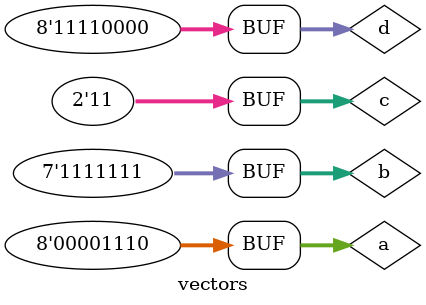
<source format=v>
`timescale 1ns / 1ps

module vectors();

    reg [7:0] a = 0;    // 8 bit register (MSB_position=7, LSB_position=0)
    reg [6:0] b = 0;    // 7 bit register
    reg [7:0] d = 0;    // 8 bit register
    
    wire [1:0] c;       // 2 bit net
    
    // Continuous assignment between a net and register
    // c[1] = a[3];
    // c[0] = a[2];
    assign  c[1:0] = a[3:2];    // this is also called 'bit slicing'
    
    // Procedure used to continuously monitor 'a', 'b', 'c' and 'd'
    initial begin
        $monitor("PROC2 a = %b, b = %b, c= %b, d = %b", a, b, c, d);
    end 
    
    // Another procedure example
    initial begin
        // Change only the value of 'a' to see the effect on 'c'
        #1 a = 1;
        #1 a = 8'b1111_0101;
        #1 a = 8'b1111_1000;
        #1 a = 8'b0000_1000;
        #1 a = 8'b0;
        
        #1 b = 7'b111_1111;     // Change the value of b
        #1 d[3:0] = a[3:0];     // Change the value of d
        #1 d[7:4] = b[6:3];
        
        #1 a = 8'b0000_1110;        // Change the value of a
        #1 d = {a[3:0], b[3:0]};    // Concatenation
        #1 d = {b[3:0], a[7:4]};    // Concatenation 
     end 
     
endmodule

</source>
